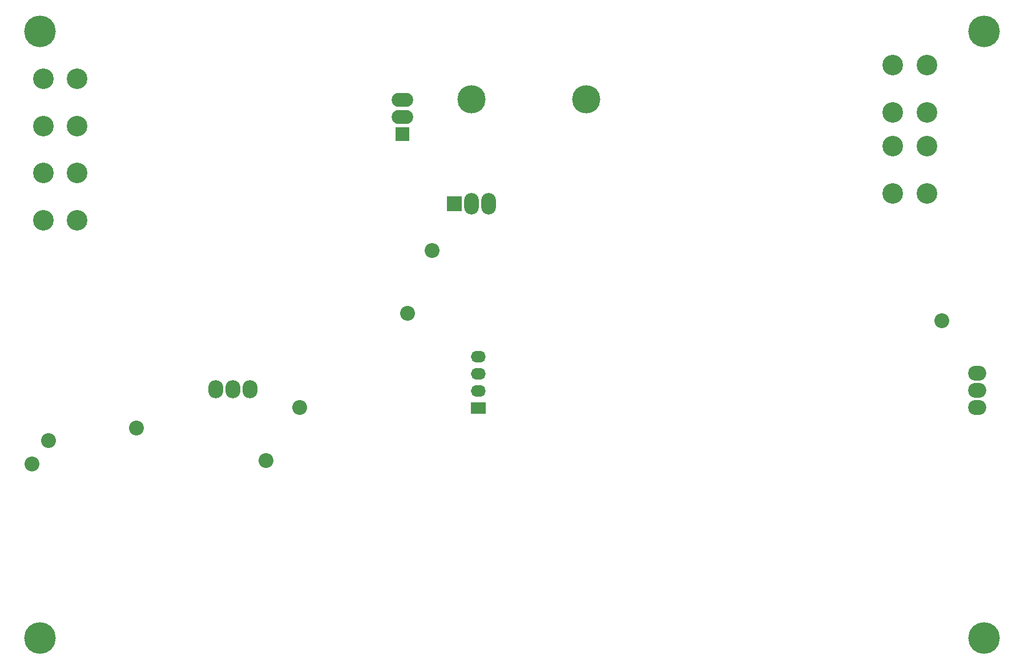
<source format=gbs>
G04 Layer_Color=16711935*
%FSAX23Y23*%
%MOIN*%
G70*
G01*
G75*
%ADD68O,0.087X0.106*%
%ADD69O,0.087X0.067*%
%ADD70R,0.087X0.067*%
%ADD71O,0.086X0.126*%
%ADD72R,0.086X0.086*%
%ADD73C,0.185*%
%ADD74R,0.082X0.082*%
%ADD75O,0.126X0.082*%
%ADD76C,0.165*%
%ADD77O,0.106X0.087*%
%ADD78C,0.120*%
%ADD79C,0.087*%
G54D68*
X02431Y02655D02*
D03*
X02331D02*
D03*
X02231D02*
D03*
G54D69*
X03766Y02847D02*
D03*
Y02747D02*
D03*
Y02647D02*
D03*
G54D70*
Y02547D02*
D03*
G54D71*
X03825Y03741D02*
D03*
X03727D02*
D03*
G54D72*
X03626D02*
D03*
G54D73*
X06719Y01202D02*
D03*
Y04745D02*
D03*
X01207Y01202D02*
D03*
Y04745D02*
D03*
G54D74*
X03323Y04145D02*
D03*
G54D75*
Y04245D02*
D03*
Y04345D02*
D03*
G54D76*
X04396Y04351D02*
D03*
X03727D02*
D03*
G54D77*
X06679Y02551D02*
D03*
Y02651D02*
D03*
Y02751D02*
D03*
G54D78*
X01227Y03643D02*
D03*
X01423D02*
D03*
X01227Y03918D02*
D03*
X01423D02*
D03*
X01227Y04194D02*
D03*
X01423D02*
D03*
X01227Y04470D02*
D03*
X01423D02*
D03*
X06187Y04273D02*
D03*
X06384D02*
D03*
X06187Y04548D02*
D03*
X06384D02*
D03*
X06187Y03800D02*
D03*
X06384D02*
D03*
X06187Y04076D02*
D03*
X06384D02*
D03*
G54D79*
X03494Y03466D02*
D03*
X01770Y02428D02*
D03*
X03353Y03101D02*
D03*
X06471Y03056D02*
D03*
X02723Y02548D02*
D03*
X02526Y02241D02*
D03*
X01254Y02355D02*
D03*
X01160Y02218D02*
D03*
M02*

</source>
